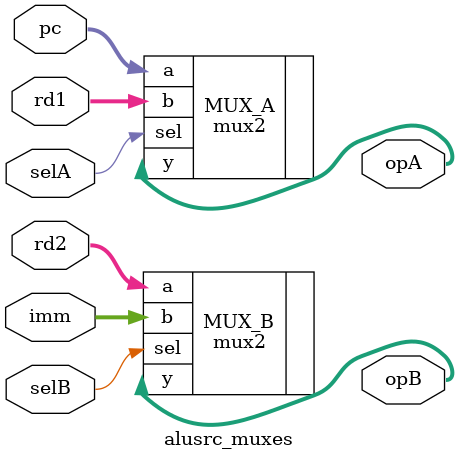
<source format=v>
module alusrc_muxes (
    input  wire [31:0] pc,     // para ALUSrcA
    input  wire [31:0] rd1,    // para ALUSrcA
    input  wire [31:0] rd2,    // para ALUSrcB
    input  wire [31:0] imm,    // para ALUSrcB (Extend)
    input  wire        selA,   // 0: pc,   1: rd1
    input  wire        selB,   // 0: rd2,  1: imm
    output wire [31:0] opA,
    output wire [31:0] opB
);
    // Reutilizamos tu mux2 parametrizable
    mux2 #(32) MUX_A (
    .a(pc),
    .b(rd1),
    .sel(selA),
    .y(opA)
);

mux2 #(32) MUX_B (
    .a(rd2),
    .b(imm),
    .sel(selB),
    .y(opB)
);

endmodule

</source>
